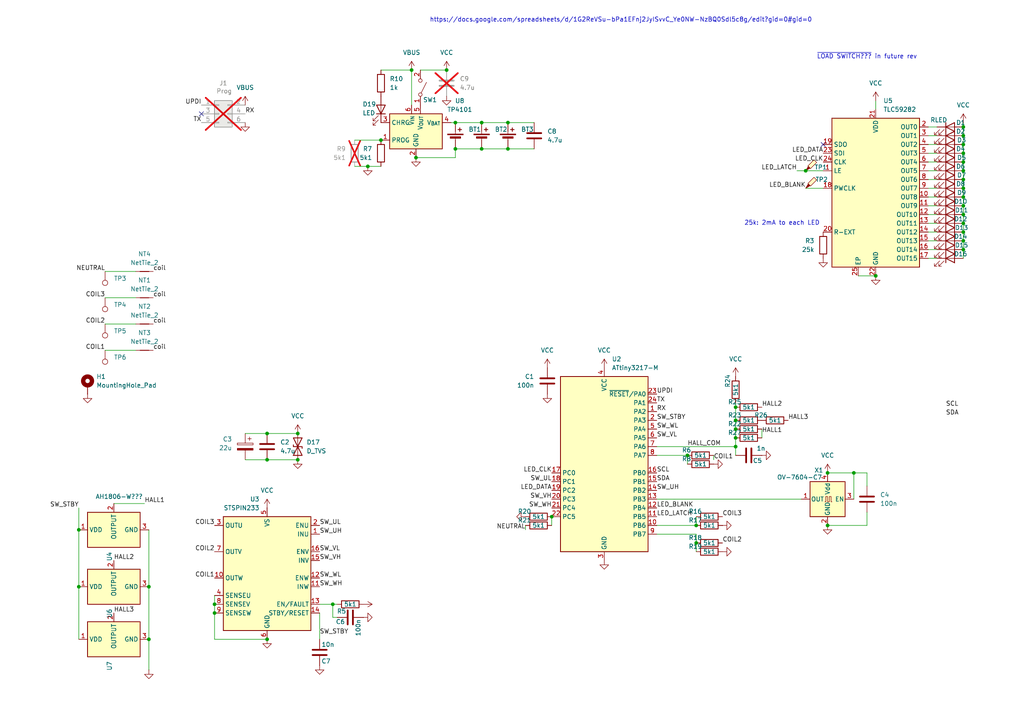
<source format=kicad_sch>
(kicad_sch (version 20231120) (generator "eeschema") (generator_version "8.0")
  (paper "A4")
  (lib_symbols
    (symbol "0myfidgetlibrary:OV-7604-C7" (pin_names (offset 0.254))
      (property "Reference" "X" (at -5.08 6.35 0))
      (property "Value" "OV-7604-C7" (at 1.27 -6.35 0))
      (symbol "OV-7604-C7_1_1"
        (pin output line (at 7.62 0 180) (length 2.54) (name "OUT") (number "1"))
        (pin power_in line (at 0 -7.62 90) (length 2.54) (name "GND") (number "2"))
        (pin input line (at -7.62 0 0) (length 2.54) (name "EN") (number "3"))
        (pin power_in line (at 0 7.62 270) (length 2.54) (name "Vdd") (number "4"))
      )
    )
    (symbol "0myfidgetlibrary:TP4101"
      (property "Reference" "U" (at -7.62 6.35 0))
      (property "Value" "TP4101" (at 7.366 6.096 0))
      (symbol "TP4101_1_1"
        (pin input line (at -10.16 -2.54 0) (length 2.54) (name "PROG") (number "1"))
        (pin power_in line (at 0 -7.62 90) (length 2.54) (name "GND") (number "2"))
        (pin tri_state line (at -10.16 2.54 0) (length 2.54) (name "CHRG") (number "3"))
        (pin bidirectional line (at 10.16 2.54 180) (length 2.54) (name "V_{BAT}") (number "4"))
        (pin power_out line (at 1.27 7.62 270) (length 2.54) (name "V_{OUT}") (number "5"))
        (pin power_in line (at -1.27 7.62 270) (length 2.54) (name "V_{IN}") (number "6"))
      )
    )
    (symbol "Connector:TestPoint" (pin_numbers hide) (pin_names (offset 0.762) hide)
      (property "Reference" "TP" (at 0 6.858 0))
      (property "Value" "TestPoint" (at 0 5.08 0))
      (symbol "TestPoint_1_1"
        (pin passive line (at 0 0 90) (length 2.54) (name "1") (number "1"))
      )
    )
    (symbol "Connector:TestPoint_Probe" (pin_numbers hide) (pin_names (offset 0.762) hide)
      (property "Reference" "TP" (at 1.651 5.842 0))
      (property "Value" "TestPoint_Probe" (at 1.651 4.064 0))
      (symbol "TestPoint_Probe_1_1"
        (pin passive line (at 0 0 90) (length 0) (name "1") (number "1"))
      )
    )
    (symbol "Connector_Generic:Conn_02x03_Odd_Even" (pin_names (offset 1.016) hide)
      (property "Reference" "J" (at 1.27 5.08 0))
      (property "Value" "Conn_02x03_Odd_Even" (at 1.27 -5.08 0))
      (symbol "Conn_02x03_Odd_Even_1_1"
        (pin passive line (at -5.08 2.54 0) (length 3.81) (name "Pin_1") (number "1"))
        (pin passive line (at 7.62 2.54 180) (length 3.81) (name "Pin_2") (number "2"))
        (pin passive line (at -5.08 0 0) (length 3.81) (name "Pin_3") (number "3"))
        (pin passive line (at 7.62 0 180) (length 3.81) (name "Pin_4") (number "4"))
        (pin passive line (at -5.08 -2.54 0) (length 3.81) (name "Pin_5") (number "5"))
        (pin passive line (at 7.62 -2.54 180) (length 3.81) (name "Pin_6") (number "6"))
      )
    )
    (symbol "Device:Battery_Cell" (pin_numbers hide) (pin_names (offset 0) hide)
      (property "Reference" "BT" (at 2.54 2.54 0))
      (property "Value" "Battery_Cell" (at 2.54 0 0))
      (symbol "Battery_Cell_1_1"
        (pin passive line (at 0 5.08 270) (length 2.54) (name "+") (number "1"))
        (pin passive line (at 0 -2.54 90) (length 2.54) (name "-") (number "2"))
      )
    )
    (symbol "Device:C" (pin_numbers hide) (pin_names (offset 0.254))
      (property "Reference" "C" (at 0.635 2.54 0))
      (property "Value" "C" (at 0.635 -2.54 0))
      (symbol "C_1_1"
        (pin passive line (at 0 3.81 270) (length 2.794) (name "~") (number "1"))
        (pin passive line (at 0 -3.81 90) (length 2.794) (name "~") (number "2"))
      )
    )
    (symbol "Device:C_Polarized" (pin_numbers hide) (pin_names (offset 0.254))
      (property "Reference" "C" (at 0.635 2.54 0))
      (property "Value" "C_Polarized" (at 0.635 -2.54 0))
      (symbol "C_Polarized_1_1"
        (pin passive line (at 0 3.81 270) (length 2.794) (name "~") (number "1"))
        (pin passive line (at 0 -3.81 90) (length 2.794) (name "~") (number "2"))
      )
    )
    (symbol "Device:D_TVS" (pin_numbers hide) (pin_names (offset 1.016) hide)
      (property "Reference" "D" (at 0 2.54 0))
      (property "Value" "D_TVS" (at 0 -2.54 0))
      (symbol "D_TVS_1_1"
        (pin passive line (at -3.81 0 0) (length 2.54) (name "A1") (number "1"))
        (pin passive line (at 3.81 0 180) (length 2.54) (name "A2") (number "2"))
      )
    )
    (symbol "Device:LED" (pin_numbers hide) (pin_names (offset 1.016) hide)
      (property "Reference" "D" (at 0 2.54 0))
      (property "Value" "LED" (at 0 -2.54 0))
      (symbol "LED_1_1"
        (pin passive line (at -3.81 0 0) (length 2.54) (name "K") (number "1"))
        (pin passive line (at 3.81 0 180) (length 2.54) (name "A") (number "2"))
      )
    )
    (symbol "Device:NetTie_2" (pin_numbers hide) (pin_names (offset 0) hide) (in_bom no)
      (property "Reference" "NT" (at 0 1.27 0))
      (property "Value" "NetTie_2" (at 0 -1.27 0))
      (symbol "NetTie_2_1_1"
        (pin passive line (at -2.54 0 0) (length 2.54) (name "1") (number "1"))
        (pin passive line (at 2.54 0 180) (length 2.54) (name "2") (number "2"))
      )
    )
    (symbol "Device:R" (pin_numbers hide) (pin_names (offset 0))
      (property "Reference" "R" (at 2.032 0 90))
      (property "Value" "R" (at 0 0 90))
      (symbol "R_1_1"
        (pin passive line (at 0 3.81 270) (length 1.27) (name "~") (number "1"))
        (pin passive line (at 0 -3.81 90) (length 1.27) (name "~") (number "2"))
      )
    )
    (symbol "Driver_LED:LED1642GWQTR"
      (property "Reference" "U" (at -12.7 21.59 0))
      (property "Value" "LED1642GWQTR" (at 2.54 21.59 0))
      (symbol "LED1642GWQTR_1_1"
        (pin input line (at -15.24 5.08 0) (length 2.54) (name "LE") (number "1"))
        (pin output line (at 15.24 -2.54 180) (length 2.54) (name "OUT8") (number "10"))
        (pin output line (at 15.24 -5.08 180) (length 2.54) (name "OUT9") (number "11"))
        (pin output line (at 15.24 -7.62 180) (length 2.54) (name "OUT10") (number "12"))
        (pin output line (at 15.24 -10.16 180) (length 2.54) (name "OUT11") (number "13"))
        (pin output line (at 15.24 -12.7 180) (length 2.54) (name "OUT12") (number "14"))
        (pin output line (at 15.24 -15.24 180) (length 2.54) (name "OUT13") (number "15"))
        (pin output line (at 15.24 -17.78 180) (length 2.54) (name "OUT14") (number "16"))
        (pin output line (at 15.24 -20.32 180) (length 2.54) (name "OUT15") (number "17"))
        (pin input line (at -15.24 0 0) (length 2.54) (name "PWCLK") (number "18"))
        (pin output line (at -15.24 12.7 0) (length 2.54) (name "SDO") (number "19"))
        (pin output line (at 15.24 17.78 180) (length 2.54) (name "OUT0") (number "2"))
        (pin passive line (at -15.24 -12.7 0) (length 2.54) (name "R-EXT") (number "20"))
        (pin power_in line (at 0 22.86 270) (length 2.54) (name "VDD") (number "21"))
        (pin power_in line (at 0 -25.4 90) (length 2.54) (name "GND") (number "22"))
        (pin input line (at -15.24 10.16 0) (length 2.54) (name "SDI") (number "23"))
        (pin input line (at -15.24 7.62 0) (length 2.54) (name "CLK") (number "24"))
        (pin passive line (at -5.08 -25.4 90) (length 2.54) (name "EP") (number "25"))
        (pin output line (at 15.24 15.24 180) (length 2.54) (name "OUT1") (number "3"))
        (pin output line (at 15.24 12.7 180) (length 2.54) (name "OUT2") (number "4"))
        (pin output line (at 15.24 10.16 180) (length 2.54) (name "OUT3") (number "5"))
        (pin output line (at 15.24 7.62 180) (length 2.54) (name "OUT4") (number "6"))
        (pin output line (at 15.24 5.08 180) (length 2.54) (name "OUT5") (number "7"))
        (pin output line (at 15.24 2.54 180) (length 2.54) (name "OUT6") (number "8"))
        (pin output line (at 15.24 0 180) (length 2.54) (name "OUT7") (number "9"))
      )
    )
    (symbol "Driver_Motor:STSPIN233"
      (property "Reference" "U" (at -12.7 16.51 0))
      (property "Value" "STSPIN233" (at 5.08 16.51 0))
      (symbol "STSPIN233_1_1"
        (pin input line (at -15.24 10.16 0) (length 2.54) (name "INU") (number "1"))
        (pin power_out line (at 15.24 -2.54 180) (length 2.54) (name "OUTW") (number "10"))
        (pin input line (at -15.24 -5.08 0) (length 2.54) (name "INW") (number "11"))
        (pin input line (at -15.24 -2.54 0) (length 2.54) (name "ENW") (number "12"))
        (pin bidirectional line (at -15.24 -10.16 0) (length 2.54) (name "EN/FAULT") (number "13"))
        (pin input line (at -15.24 -12.7 0) (length 2.54) (name "STBY/RESET") (number "14"))
        (pin input line (at -15.24 2.54 0) (length 2.54) (name "INV") (number "15"))
        (pin input line (at -15.24 5.08 0) (length 2.54) (name "ENV") (number "16"))
        (pin passive line (at 0 -20.32 90) (length 2.54) hide (name "GND") (number "17"))
        (pin input line (at -15.24 12.7 0) (length 2.54) (name "ENU") (number "2"))
        (pin power_out line (at 15.24 12.7 180) (length 2.54) (name "OUTU") (number "3"))
        (pin input line (at 15.24 -7.62 180) (length 2.54) (name "SENSEU") (number "4"))
        (pin power_in line (at 0 17.78 270) (length 2.54) (name "VS") (number "5"))
        (pin power_in line (at 0 -20.32 90) (length 2.54) (name "GND") (number "6"))
        (pin power_out line (at 15.24 5.08 180) (length 2.54) (name "OUTV") (number "7"))
        (pin input line (at 15.24 -10.16 180) (length 2.54) (name "SENSEV") (number "8"))
        (pin input line (at 15.24 -12.7 180) (length 2.54) (name "SENSEW") (number "9"))
      )
    )
    (symbol "MCU_Microchip_ATtiny:ATtiny3217-M"
      (property "Reference" "U" (at -12.7 26.67 0))
      (property "Value" "ATtiny3217-M" (at 2.54 -26.67 0))
      (symbol "ATtiny3217-M_1_1"
        (pin bidirectional line (at 15.24 15.24 180) (length 2.54) (name "PA2") (number "1"))
        (pin bidirectional line (at 15.24 -17.78 180) (length 2.54) (name "PB6") (number "10"))
        (pin bidirectional line (at 15.24 -15.24 180) (length 2.54) (name "PB5") (number "11"))
        (pin bidirectional line (at 15.24 -12.7 180) (length 2.54) (name "PB4") (number "12"))
        (pin bidirectional line (at 15.24 -10.16 180) (length 2.54) (name "PB3") (number "13"))
        (pin bidirectional line (at 15.24 -7.62 180) (length 2.54) (name "PB2") (number "14"))
        (pin bidirectional line (at 15.24 -5.08 180) (length 2.54) (name "PB1") (number "15"))
        (pin bidirectional line (at 15.24 -2.54 180) (length 2.54) (name "PB0") (number "16"))
        (pin bidirectional line (at -15.24 -2.54 0) (length 2.54) (name "PC0") (number "17"))
        (pin bidirectional line (at -15.24 -5.08 0) (length 2.54) (name "PC1") (number "18"))
        (pin bidirectional line (at -15.24 -7.62 0) (length 2.54) (name "PC2") (number "19"))
        (pin bidirectional line (at 15.24 12.7 180) (length 2.54) (name "PA3") (number "2"))
        (pin bidirectional line (at -15.24 -10.16 0) (length 2.54) (name "PC3") (number "20"))
        (pin bidirectional line (at -15.24 -12.7 0) (length 2.54) (name "PC4") (number "21"))
        (pin bidirectional line (at -15.24 -15.24 0) (length 2.54) (name "PC5") (number "22"))
        (pin bidirectional line (at 15.24 20.32 180) (length 2.54) (name "~{RESET}/PA0") (number "23"))
        (pin bidirectional line (at 15.24 17.78 180) (length 2.54) (name "PA1") (number "24"))
        (pin passive line (at 0 -27.94 90) (length 2.54) hide (name "GND") (number "25"))
        (pin power_in line (at 0 -27.94 90) (length 2.54) (name "GND") (number "3"))
        (pin power_in line (at 0 27.94 270) (length 2.54) (name "VCC") (number "4"))
        (pin bidirectional line (at 15.24 10.16 180) (length 2.54) (name "PA4") (number "5"))
        (pin bidirectional line (at 15.24 7.62 180) (length 2.54) (name "PA5") (number "6"))
        (pin bidirectional line (at 15.24 5.08 180) (length 2.54) (name "PA6") (number "7"))
        (pin bidirectional line (at 15.24 2.54 180) (length 2.54) (name "PA7") (number "8"))
        (pin bidirectional line (at 15.24 -20.32 180) (length 2.54) (name "PB7") (number "9"))
      )
    )
    (symbol "Mechanical:MountingHole_Pad" (pin_numbers hide) (pin_names (offset 1.016) hide) (exclude_from_sim yes) (in_bom no)
      (property "Reference" "H" (at 0 6.35 0))
      (property "Value" "MountingHole_Pad" (at 0 4.445 0))
      (symbol "MountingHole_Pad_1_1"
        (pin input line (at 0 -2.54 90) (length 2.54) (name "1") (number "1"))
      )
    )
    (symbol "Sensor_Magnetic:AH1806-W"
      (property "Reference" "U" (at -5.08 8.89 0))
      (property "Value" "AH1806-W" (at 7.62 8.89 0))
      (symbol "AH1806-W_1_1"
        (pin power_in line (at 0 10.16 270) (length 2.54) (name "VDD") (number "1"))
        (pin open_collector line (at 7.62 0 180) (length 2.54) (name "OUTPUT") (number "2"))
        (pin power_in line (at 0 -10.16 90) (length 2.54) (name "GND") (number "3"))
      )
    )
    (symbol "Switch:SW_SPST" (pin_names (offset 0) hide)
      (property "Reference" "SW" (at 0 3.175 0))
      (property "Value" "SW_SPST" (at 0 -2.54 0))
      (symbol "SW_SPST_1_1"
        (pin passive line (at -5.08 0 0) (length 2.54) (name "A") (number "1"))
        (pin passive line (at 5.08 0 180) (length 2.54) (name "B") (number "2"))
      )
    )
    (symbol "power:GND" (power) (pin_numbers hide) (pin_names (offset 0) hide)
      (property "Value" "GND" (at 0 -3.81 0))
      (symbol "GND_1_1"
        (pin power_in line (at 0 0 270) (length 0) (name "~") (number "1"))
      )
    )
    (symbol "power:VBUS" (power) (pin_numbers hide) (pin_names (offset 0) hide)
      (property "Value" "VBUS" (at 0 3.556 0))
      (symbol "VBUS_1_1"
        (pin power_in line (at 0 0 90) (length 0) (name "~") (number "1"))
      )
    )
    (symbol "power:VCC" (power) (pin_numbers hide) (pin_names (offset 0) hide)
      (property "Value" "VCC" (at 0 3.556 0))
      (symbol "VCC_1_1"
        (pin power_in line (at 0 0 90) (length 0) (name "~") (number "1"))
      )
    )
  )
  (junction (at 139.7 35.56))
  (junction (at 96.52 175.26))
  (junction (at 77.47 185.42))
  (junction (at 279.4 46.99))
  (junction (at 139.7 43.18))
  (junction (at 279.4 62.23))
  (junction (at 119.38 20.32))
  (junction (at 213.36 129.54))
  (junction (at 233.68 49.53))
  (junction (at 22.86 153.67))
  (junction (at 279.4 36.83))
  (junction (at 62.23 177.8))
  (junction (at 160.02 149.86))
  (junction (at 240.03 137.16))
  (junction (at 213.36 121.92))
  (junction (at 120.65 45.72))
  (junction (at 279.4 57.15))
  (junction (at 279.4 67.31))
  (junction (at 132.08 35.56))
  (junction (at 279.4 72.39))
  (junction (at 213.36 118.11))
  (junction (at 247.65 137.16))
  (junction (at 279.4 59.69))
  (junction (at 279.4 41.91))
  (junction (at 22.86 170.18))
  (junction (at 43.18 170.18))
  (junction (at 129.54 20.32))
  (junction (at 77.47 133.35))
  (junction (at 199.39 132.08))
  (junction (at 279.4 39.37))
  (junction (at 43.18 185.42))
  (junction (at 147.32 35.56))
  (junction (at 106.68 48.26))
  (junction (at 279.4 54.61))
  (junction (at 254 80.01))
  (junction (at 132.08 43.18))
  (junction (at 201.93 152.4))
  (junction (at 62.23 175.26))
  (junction (at 279.4 64.77))
  (junction (at 213.36 127))
  (junction (at 240.03 152.4))
  (junction (at 279.4 49.53))
  (junction (at 77.47 125.73))
  (junction (at 279.4 44.45))
  (junction (at 110.49 40.64))
  (junction (at 279.4 52.07))
  (junction (at 213.36 124.46))
  (junction (at 86.36 133.35))
  (junction (at 86.36 125.73))
  (junction (at 201.93 157.48))
  (junction (at 147.32 43.18))
  (junction (at 279.4 69.85))
  (no_connect (at 58.42 33.02))
  (no_connect (at 238.76 41.91))
  (wire (pts (xy 279.4 64.77) (xy 279.4 67.31)))
  (wire (pts (xy 201.93 149.86) (xy 201.93 152.4)))
  (wire (pts (xy 62.23 172.72) (xy 62.23 175.26)))
  (wire (pts (xy 231.14 49.53) (xy 233.68 49.53)))
  (wire (pts (xy 254 29.21) (xy 254 31.75)))
  (wire (pts (xy 220.98 124.46) (xy 220.98 127)))
  (wire (pts (xy 251.46 148.59) (xy 251.46 152.4)))
  (wire (pts (xy 201.93 157.48) (xy 201.93 160.02)))
  (wire (pts (xy 213.36 118.11) (xy 213.36 121.92)))
  (wire (pts (xy 119.38 20.32) (xy 119.38 30.48)))
  (wire (pts (xy 269.24 46.99) (xy 271.78 46.99)))
  (wire (pts (xy 279.4 52.07) (xy 279.4 54.61)))
  (wire (pts (xy 43.18 170.18) (xy 43.18 185.42)))
  (wire (pts (xy 279.4 67.31) (xy 279.4 69.85)))
  (wire (pts (xy 269.24 41.91) (xy 271.78 41.91)))
  (wire (pts (xy 139.7 35.56) (xy 147.32 35.56)))
  (wire (pts (xy 97.79 175.26) (xy 96.52 175.26)))
  (wire (pts (xy 269.24 72.39) (xy 271.78 72.39)))
  (wire (pts (xy 247.65 137.16) (xy 251.46 137.16)))
  (wire (pts (xy 97.79 179.07) (xy 96.52 179.07)))
  (wire (pts (xy 43.18 153.67) (xy 43.18 170.18)))
  (wire (pts (xy 279.4 35.56) (xy 279.4 36.83)))
  (wire (pts (xy 269.24 49.53) (xy 271.78 49.53)))
  (wire (pts (xy 279.4 69.85) (xy 279.4 72.39)))
  (wire (pts (xy 77.47 185.42) (xy 62.23 185.42)))
  (wire (pts (xy 279.4 46.99) (xy 279.4 49.53)))
  (wire (pts (xy 251.46 152.4) (xy 240.03 152.4)))
  (wire (pts (xy 269.24 64.77) (xy 271.78 64.77)))
  (wire (pts (xy 132.08 35.56) (xy 130.81 35.56)))
  (wire (pts (xy 269.24 69.85) (xy 271.78 69.85)))
  (wire (pts (xy 279.4 62.23) (xy 279.4 64.77)))
  (wire (pts (xy 269.24 54.61) (xy 271.78 54.61)))
  (wire (pts (xy 102.87 48.26) (xy 106.68 48.26)))
  (wire (pts (xy 201.93 154.94) (xy 201.93 157.48)))
  (wire (pts (xy 213.36 124.46) (xy 213.36 127)))
  (wire (pts (xy 269.24 62.23) (xy 271.78 62.23)))
  (wire (pts (xy 147.32 43.18) (xy 154.94 43.18)))
  (wire (pts (xy 213.36 116.84) (xy 213.36 118.11)))
  (wire (pts (xy 190.5 154.94) (xy 201.93 154.94)))
  (wire (pts (xy 30.48 78.74) (xy 39.37 78.74)))
  (wire (pts (xy 77.47 133.35) (xy 86.36 133.35)))
  (wire (pts (xy 160.02 149.86) (xy 160.02 152.4)))
  (wire (pts (xy 22.86 147.32) (xy 22.86 153.67)))
  (wire (pts (xy 30.48 101.6) (xy 39.37 101.6)))
  (wire (pts (xy 152.4 152.4) (xy 152.4 153.67)))
  (wire (pts (xy 269.24 44.45) (xy 271.78 44.45)))
  (wire (pts (xy 213.36 121.92) (xy 213.36 124.46)))
  (wire (pts (xy 199.39 132.08) (xy 190.5 132.08)))
  (wire (pts (xy 43.18 194.31) (xy 43.18 185.42)))
  (wire (pts (xy 77.47 125.73) (xy 86.36 125.73)))
  (wire (pts (xy 190.5 152.4) (xy 201.93 152.4)))
  (wire (pts (xy 92.71 177.8) (xy 92.71 185.42)))
  (wire (pts (xy 240.03 137.16) (xy 247.65 137.16)))
  (wire (pts (xy 271.78 36.83) (xy 269.24 36.83)))
  (wire (pts (xy 251.46 140.97) (xy 251.46 137.16)))
  (wire (pts (xy 279.4 72.39) (xy 279.4 74.93)))
  (wire (pts (xy 110.49 20.32) (xy 119.38 20.32)))
  (wire (pts (xy 120.65 45.72) (xy 132.08 45.72)))
  (wire (pts (xy 71.12 133.35) (xy 77.47 133.35)))
  (wire (pts (xy 199.39 132.08) (xy 199.39 134.62)))
  (wire (pts (xy 132.08 35.56) (xy 139.7 35.56)))
  (wire (pts (xy 22.86 153.67) (xy 22.86 170.18)))
  (wire (pts (xy 279.4 49.53) (xy 279.4 52.07)))
  (wire (pts (xy 279.4 44.45) (xy 279.4 46.99)))
  (wire (pts (xy 190.5 144.78) (xy 232.41 144.78)))
  (wire (pts (xy 62.23 175.26) (xy 62.23 177.8)))
  (wire (pts (xy 96.52 179.07) (xy 96.52 175.26)))
  (wire (pts (xy 22.86 185.42) (xy 22.86 170.18)))
  (wire (pts (xy 279.4 39.37) (xy 279.4 41.91)))
  (wire (pts (xy 207.01 133.35) (xy 207.01 132.08)))
  (wire (pts (xy 269.24 57.15) (xy 271.78 57.15)))
  (wire (pts (xy 279.4 57.15) (xy 279.4 59.69)))
  (wire (pts (xy 71.12 125.73) (xy 77.47 125.73)))
  (wire (pts (xy 269.24 74.93) (xy 271.78 74.93)))
  (wire (pts (xy 269.24 52.07) (xy 271.78 52.07)))
  (wire (pts (xy 96.52 175.26) (xy 92.71 175.26)))
  (wire (pts (xy 30.48 93.98) (xy 39.37 93.98)))
  (wire (pts (xy 102.87 40.64) (xy 110.49 40.64)))
  (wire (pts (xy 41.91 146.05) (xy 33.02 146.05)))
  (wire (pts (xy 269.24 39.37) (xy 271.78 39.37)))
  (wire (pts (xy 233.68 54.61) (xy 238.76 54.61)))
  (wire (pts (xy 190.5 129.54) (xy 213.36 129.54)))
  (wire (pts (xy 62.23 177.8) (xy 62.23 185.42)))
  (wire (pts (xy 132.08 43.18) (xy 139.7 43.18)))
  (wire (pts (xy 233.68 49.53) (xy 238.76 49.53)))
  (wire (pts (xy 279.4 54.61) (xy 279.4 57.15)))
  (wire (pts (xy 129.54 20.32) (xy 121.92 20.32)))
  (wire (pts (xy 279.4 36.83) (xy 279.4 39.37)))
  (wire (pts (xy 269.24 67.31) (xy 271.78 67.31)))
  (wire (pts (xy 213.36 127) (xy 213.36 129.54)))
  (wire (pts (xy 269.24 59.69) (xy 271.78 59.69)))
  (wire (pts (xy 248.92 80.01) (xy 254 80.01)))
  (wire (pts (xy 132.08 45.72) (xy 132.08 43.18)))
  (wire (pts (xy 279.4 41.91) (xy 279.4 44.45)))
  (wire (pts (xy 247.65 144.78) (xy 247.65 137.16)))
  (wire (pts (xy 279.4 59.69) (xy 279.4 62.23)))
  (wire (pts (xy 147.32 35.56) (xy 154.94 35.56)))
  (wire (pts (xy 106.68 48.26) (xy 110.49 48.26)))
  (wire (pts (xy 139.7 43.18) (xy 147.32 43.18)))
  (wire (pts (xy 30.48 86.36) (xy 39.37 86.36)))
  (wire (pts (xy 213.36 129.54) (xy 213.36 132.08)))
  (text "~{LOAD SWITCH???} in future rev" (at 251.46 16.51 0) (effects (font (size 1.27 1.27))))
  (text "25k: 2mA to each LED" (at 226.822 64.77 0) (effects (font (size 1.27 1.27))))
  (text "https://docs.google.com/spreadsheets/d/1G2ReVSu-bPa1EFnj2JyISvvC_Ye0NW-NzBQ0Sdl5c8g/edit?gid=0#gid=0" (at 180.086 5.842 0) (effects (font (size 1.27 1.27))))
  (label "HALL2" (at 220.98 118.11 0))
  (label "SCL" (at 274.32 118.11 0))
  (label "coil" (at 44.45 78.74 0))
  (label "COIL1" (at 207.01 133.35 0))
  (label "COIL2" (at 62.23 160.02 180))
  (label "COIL2" (at 209.55 157.48 0))
  (label "SW_STBY" (at 22.86 147.32 180))
  (label "LED_BLANK" (at 190.5 147.32 0))
  (label "SDA" (at 190.5 139.7 0))
  (label "SW_VL" (at 92.71 160.02 0))
  (label "SW_UH" (at 92.71 154.94 0))
  (label "SW_VH" (at 160.02 144.78 180))
  (label "coil" (at 44.45 86.36 0))
  (label "COIL3" (at 62.23 152.4 180))
  (label "SW_VL" (at 190.5 127 0))
  (label "LED_CLK" (at 238.76 46.99 180))
  (label "HALL1" (at 41.91 146.05 0))
  (label "HALL3" (at 33.02 177.8 0))
  (label "coil" (at 44.45 93.98 0))
  (label "HALL3" (at 228.6 121.92 0))
  (label "TX" (at 190.5 116.84 0))
  (label "COIL1" (at 62.23 167.64 180))
  (label "SW_WL" (at 92.71 167.64 0))
  (label "SW_WH" (at 92.71 170.18 0))
  (label "LED_LATCH" (at 231.14 49.53 180))
  (label "RX" (at 190.5 119.38 0))
  (label "SW_STBY" (at 92.71 184.15 0))
  (label "SW_UL" (at 92.71 152.4 0))
  (label "SCL" (at 190.5 137.16 0))
  (label "SW_VH" (at 92.71 162.56 0))
  (label "HALL2" (at 33.02 162.56 0))
  (label "NEUTRAL" (at 30.48 78.74 180))
  (label "SDA" (at 274.32 120.65 0))
  (label "SW_UL" (at 160.02 139.7 180))
  (label "coil" (at 44.45 101.6 0))
  (label "COIL2" (at 30.48 93.98 180))
  (label "LED_LATCH" (at 190.5 149.86 0))
  (label "UPDI" (at 190.5 114.3 0))
  (label "UPDI" (at 58.42 30.48 180))
  (label "COIL3" (at 30.48 86.36 180))
  (label "TX" (at 58.42 35.56 180))
  (label "LED_CLK" (at 160.02 137.16 180))
  (label "LED_DATA" (at 160.02 142.24 180))
  (label "NEUTRAL" (at 152.4 153.67 180))
  (label "RX" (at 71.12 33.02 0))
  (label "SW_STBY" (at 190.5 121.92 0))
  (label "SW_WL" (at 190.5 124.46 0))
  (label "HALL1" (at 220.98 125.73 0))
  (label "SW_WH" (at 160.02 147.32 180))
  (label "LED_DATA" (at 238.76 44.45 180))
  (label "LED_BLANK" (at 233.68 54.61 180))
  (label "SW_UH" (at 190.5 142.24 0))
  (label "COIL3" (at 209.55 149.86 0))
  (label "HALL_COM" (at 199.39 129.54 0))
  (label "COIL1" (at 30.48 101.6 180))
  (symbol (lib_id "power:VCC") (at 86.36 125.73 0) (unit 1)
    (property "Reference" "#PWR017" (effects (hide yes)))
    (property "Value" "VCC" (at 86.36 120.65 0))
    (property "Description" "Power symbol creates a global label with name \"VCC\"" (effects (hide yes)))
  )
  (symbol (lib_id "Device:R") (at 110.49 24.13 0) (unit 1)
    (property "Reference" "R10" (at 113.03 22.8599 0) (effects (justify left)))
    (property "Value" "1k" (at 113.03 25.3999 0) (effects (justify left)))
    (property "Footprint" "Resistor_SMD:R_0402_1005Metric" (effects (hide yes)))
    (property "Description" "Resistor" (effects (hide yes)))
  )
  (symbol (lib_id "Device:LED") (at 275.59 49.53 0) (unit 1)
    (property "Reference" "D6" (at 278.638 48.26 0))
    (property "Value" "RLED" (effects (hide yes)))
    (property "Footprint" "LED_SMD:LED_0402_1005Metric" (effects (hide yes)))
    (property "Description" "Light emitting diode" (effects (hide yes)))
  )
  (symbol (lib_id "power:GND") (at 25.4 114.3 0) (unit 1)
    (property "Reference" "#PWR04" (effects (hide yes)))
    (property "Value" "GND" (effects (hide yes)))
    (property "Description" "Power symbol creates a global label with name \"GND\" , ground" (effects (hide yes)))
  )
  (symbol (lib_id "Device:LED") (at 275.59 54.61 0) (unit 1)
    (property "Reference" "D8" (at 278.638 53.34 0))
    (property "Value" "RLED" (effects (hide yes)))
    (property "Footprint" "LED_SMD:LED_0402_1005Metric" (effects (hide yes)))
    (property "Description" "Light emitting diode" (effects (hide yes)))
  )
  (symbol (lib_id "Device:Battery_Cell") (at 132.08 40.64 0) (unit 1)
    (property "Reference" "BT1" (at 135.89 37.5284 0) (effects (justify left)))
    (property "Value" "Battery_Cell" (effects (hide yes)))
    (property "Footprint" "0fidgetlibrary:BAT_BK-5009" (effects (hide yes)))
    (property "Description" "Single-cell battery" (effects (hide yes)))
  )
  (symbol (lib_id "Device:LED") (at 275.59 67.31 0) (unit 1)
    (property "Reference" "D13" (at 278.892 66.04 0))
    (property "Value" "RLED" (effects (hide yes)))
    (property "Footprint" "LED_SMD:LED_0402_1005Metric" (effects (hide yes)))
    (property "Description" "Light emitting diode" (effects (hide yes)))
  )
  (symbol (lib_id "Connector:TestPoint_Probe") (at 233.68 54.61 0) (unit 1)
    (property "Reference" "TP2" (at 236.474 52.07 0) (effects (justify left)))
    (property "Value" "TestPoint_Probe" (effects (hide yes)))
    (property "Footprint" "TestPoint:TestPoint_THTPad_1.0x1.0mm_Drill0.5mm" (effects (hide yes)))
    (property "Description" "test point (alternative probe-style design)" (effects (hide yes)))
  )
  (symbol (lib_id "power:GND") (at 175.26 162.56 0) (unit 1)
    (property "Reference" "#PWR09" (effects (hide yes)))
    (property "Value" "GND" (effects (hide yes)))
    (property "Description" "Power symbol creates a global label with name \"GND\" , ground" (effects (hide yes)))
  )
  (symbol (lib_id "Device:LED") (at 275.59 41.91 0) (unit 1)
    (property "Reference" "D3" (at 278.892 40.64 0))
    (property "Value" "RLED" (effects (hide yes)))
    (property "Footprint" "LED_SMD:LED_0402_1005Metric" (effects (hide yes)))
    (property "Description" "Light emitting diode" (effects (hide yes)))
  )
  (symbol (lib_id "Connector:TestPoint") (at 30.48 101.6 180) (unit 1)
    (property "Reference" "TP6" (at 33.02 103.6319 0) (effects (justify right)))
    (property "Value" "TestPoint" (effects (hide yes)))
    (property "Footprint" "TestPoint:TestPoint_THTPad_1.5x1.5mm_Drill0.7mm" (effects (hide yes)))
    (property "Description" "test point" (effects (hide yes)))
  )
  (symbol (lib_id "Device:R") (at 205.74 157.48 90) (unit 1)
    (property "Reference" "R18" (at 201.676 155.956 90))
    (property "Value" "5k1" (at 205.74 157.48 90))
    (property "Footprint" "Resistor_SMD:R_0402_1005Metric" (effects (hide yes)))
    (property "Description" "Resistor" (effects (hide yes)))
  )
  (symbol (lib_id "power:VCC") (at 254 29.21 0) (unit 1)
    (property "Reference" "#PWR06" (effects (hide yes)))
    (property "Value" "VCC" (at 254 24.13 0))
    (property "Description" "Power symbol creates a global label with name \"VCC\"" (effects (hide yes)))
  )
  (symbol (lib_id "Device:LED") (at 275.59 59.69 0) (unit 1)
    (property "Reference" "D10" (at 278.638 58.42 0))
    (property "Value" "RLED" (effects (hide yes)))
    (property "Footprint" "LED_SMD:LED_0402_1005Metric" (effects (hide yes)))
    (property "Description" "Light emitting diode" (effects (hide yes)))
  )
  (symbol (lib_id "power:GND") (at 105.41 179.07 90) (unit 1)
    (property "Reference" "#PWR027" (effects (hide yes)))
    (property "Value" "GND" (effects (hide yes)))
    (property "Description" "Power symbol creates a global label with name \"GND\" , ground" (effects (hide yes)))
  )
  (symbol (lib_id "Device:R") (at 101.6 175.26 270) (mirror x) (unit 1)
    (property "Reference" "R5" (at 99.06 177.292 90))
    (property "Value" "5k1" (at 101.6 175.26 90))
    (property "Footprint" "Resistor_SMD:R_0402_1005Metric" (effects (hide yes)))
    (property "Description" "Resistor" (effects (hide yes)))
  )
  (symbol (lib_id "power:GND") (at 106.68 48.26 0) (unit 1)
    (property "Reference" "#PWR034" (effects (hide yes)))
    (property "Value" "GND" (effects (hide yes)))
    (property "Description" "Power symbol creates a global label with name \"GND\" , ground" (effects (hide yes)))
  )
  (symbol (lib_id "Device:LED") (at 275.59 72.39 0) (unit 1)
    (property "Reference" "D15" (at 278.892 71.12 0))
    (property "Value" "RLED" (effects (hide yes)))
    (property "Footprint" "LED_SMD:LED_0402_1005Metric" (effects (hide yes)))
    (property "Description" "Light emitting diode" (effects (hide yes)))
  )
  (symbol (lib_id "Device:C") (at 251.46 144.78 0) (unit 1)
    (property "Reference" "C4" (at 255.27 143.5099 0) (effects (justify left)))
    (property "Value" "100n" (at 255.27 146.0499 0) (effects (justify left)))
    (property "Footprint" "Capacitor_SMD:C_0402_1005Metric" (effects (hide yes)))
    (property "Description" "Unpolarized capacitor" (effects (hide yes)))
  )
  (symbol (lib_id "Device:LED") (at 275.59 57.15 0) (unit 1)
    (property "Reference" "D9" (at 278.892 55.88 0))
    (property "Value" "RLED" (effects (hide yes)))
    (property "Footprint" "LED_SMD:LED_0402_1005Metric" (effects (hide yes)))
    (property "Description" "Light emitting diode" (effects (hide yes)))
  )
  (symbol (lib_id "Device:NetTie_2") (at 41.91 93.98 0) (unit 1) (in_bom no)
    (property "Reference" "NT2" (at 41.91 88.9 0))
    (property "Value" "NetTie_2" (at 41.91 91.44 0))
    (property "Footprint" "NetTie:NetTie-2_SMD_Pad0.5mm" (effects (hide yes)))
    (property "Description" "Net tie, 2 pins" (effects (hide yes)))
  )
  (symbol (lib_id "power:GND") (at 207.01 134.62 90) (unit 1)
    (property "Reference" "#PWR021" (effects (hide yes)))
    (property "Value" "GND" (effects (hide yes)))
    (property "Description" "Power symbol creates a global label with name \"GND\" , ground" (effects (hide yes)))
  )
  (symbol (lib_id "power:GND") (at 254 80.01 0) (unit 1)
    (property "Reference" "#PWR011" (effects (hide yes)))
    (property "Value" "GND" (effects (hide yes)))
    (property "Description" "Power symbol creates a global label with name \"GND\" , ground" (effects (hide yes)))
  )
  (symbol (lib_id "Device:LED") (at 275.59 69.85 0) (unit 1)
    (property "Reference" "D14" (at 278.638 68.58 0))
    (property "Value" "RLED" (effects (hide yes)))
    (property "Footprint" "LED_SMD:LED_0402_1005Metric" (effects (hide yes)))
    (property "Description" "Light emitting diode" (effects (hide yes)))
  )
  (symbol (lib_id "Device:NetTie_2") (at 41.91 78.74 0) (unit 1) (in_bom no)
    (property "Reference" "NT4" (at 41.91 73.66 0))
    (property "Value" "NetTie_2" (at 41.91 76.2 0))
    (property "Footprint" "NetTie:NetTie-2_SMD_Pad0.5mm" (effects (hide yes)))
    (property "Description" "Net tie, 2 pins" (effects (hide yes)))
  )
  (symbol (lib_id "Device:C") (at 154.94 39.37 0) (unit 1)
    (property "Reference" "C8" (at 158.75 38.0999 0) (effects (justify left)))
    (property "Value" "4.7u" (at 158.75 40.6399 0) (effects (justify left)))
    (property "Footprint" "Capacitor_SMD:C_0603_1608Metric" (effects (hide yes)))
    (property "Description" "Unpolarized capacitor" (effects (hide yes)))
  )
  (symbol (lib_id "power:GND") (at 238.76 74.93 0) (unit 1)
    (property "Reference" "#PWR032" (effects (hide yes)))
    (property "Value" "GND" (effects (hide yes)))
    (property "Description" "Power symbol creates a global label with name \"GND\" , ground" (effects (hide yes)))
  )
  (symbol (lib_id "Switch:SW_SPST") (at 121.92 25.4 270) (mirror x) (unit 1)
    (property "Reference" "SW1" (at 122.682 28.956 90) (effects (justify left)))
    (property "Value" "SW_SPST" (effects (hide yes)))
    (property "Footprint" "Button_Switch_SMD:SW_SPDT_PCM12" (effects (hide yes)))
    (property "Description" "Single Pole Single Throw (SPST) switch" (effects (hide yes)))
    (property "LCSC" "C963206" (effects (hide yes)))
  )
  (symbol (lib_id "MCU_Microchip_ATtiny:ATtiny3217-M") (at 175.26 134.62 0) (unit 1)
    (property "Reference" "U2" (at 177.4541 104.14 0) (effects (justify left)))
    (property "Value" "ATtiny3217-M" (at 177.4541 106.68 0) (effects (justify left)))
    (property "Footprint" "Package_DFN_QFN:QFN-24-1EP_4x4mm_P0.5mm_EP2.6x2.6mm" (effects (hide yes)))
    (property "Datasheet" "http://ww1.microchip.com/downloads/en/DeviceDoc/ATtiny3217_1617-Data-Sheet-40001999B.pdf" (effects (hide yes)))
    (property "Description" "20MHz, 32kB Flash, 2kB SRAM, 256B EEPROM, VQFN-24" (effects (hide yes)))
  )
  (symbol (lib_id "Device:R") (at 156.21 149.86 90) (unit 1)
    (property "Reference" "R20" (at 152.146 148.336 90))
    (property "Value" "5k1" (at 156.21 149.86 90))
    (property "Footprint" "Resistor_SMD:R_0402_1005Metric" (effects (hide yes)))
    (property "Description" "Resistor" (effects (hide yes)))
  )
  (symbol (lib_id "Device:R") (at 205.74 152.4 90) (unit 1)
    (property "Reference" "R17" (at 201.676 150.876 90))
    (property "Value" "5k1" (at 205.74 152.4 90))
    (property "Footprint" "Resistor_SMD:R_0402_1005Metric" (effects (hide yes)))
    (property "Description" "Resistor" (effects (hide yes)))
  )
  (symbol (lib_id "Device:C") (at 101.6 179.07 90) (mirror x) (unit 1)
    (property "Reference" "C6" (at 100.076 180.34 90) (effects (justify left)))
    (property "Value" "100n" (at 103.886 179.578 0) (effects (justify left)))
    (property "Footprint" "Capacitor_SMD:C_0402_1005Metric" (effects (hide yes)))
    (property "Description" "Unpolarized capacitor" (effects (hide yes)))
  )
  (symbol (lib_id "Sensor_Magnetic:AH1806-W") (at 33.02 185.42 90) (unit 1)
    (property "Reference" "U7" (at 31.7499 191.77 0) (effects (justify right)))
    (property "Value" "AH1806-W???" (effects (hide yes)))
    (property "Footprint" "Package_TO_SOT_SMD:SC-59" (effects (hide yes)))
    (property "Datasheet" "https://www.diodes.com/assets/Datasheets/AH1806.pdf" (effects (hide yes)))
    (property "Description" "High Sensitivity Micropower Omnipolar Hall-Effect Switch, SC-59" (effects (hide yes)))
  )
  (symbol (lib_id "Device:R") (at 156.21 152.4 90) (unit 1)
    (property "Reference" "R21" (at 152.146 150.876 90))
    (property "Value" "5k1" (at 156.21 152.4 90))
    (property "Footprint" "Resistor_SMD:R_0402_1005Metric" (effects (hide yes)))
    (property "Description" "Resistor" (effects (hide yes)))
  )
  (symbol (lib_id "Device:R") (at 217.17 118.11 90) (unit 1)
    (property "Reference" "R25" (at 213.106 116.586 90))
    (property "Value" "5k1" (at 217.17 118.11 90))
    (property "Footprint" "Resistor_SMD:R_0402_1005Metric" (effects (hide yes)))
    (property "Description" "Resistor" (effects (hide yes)))
  )
  (symbol (lib_id "power:VCC") (at 129.54 20.32 0) (unit 1)
    (property "Reference" "#PWR035" (effects (hide yes)))
    (property "Value" "VCC" (at 129.54 15.24 0))
    (property "Description" "Power symbol creates a global label with name \"VCC\"" (effects (hide yes)))
  )
  (symbol (lib_id "power:GND") (at 152.4 149.86 270) (mirror x) (unit 1)
    (property "Reference" "#PWR025" (effects (hide yes)))
    (property "Value" "GND" (effects (hide yes)))
    (property "Description" "Power symbol creates a global label with name \"GND\" , ground" (effects (hide yes)))
  )
  (symbol (lib_id "Device:R") (at 238.76 71.12 0) (unit 1)
    (property "Reference" "R3" (at 236.22 69.8499 0) (effects (justify right)))
    (property "Value" "25k" (at 236.22 72.3899 0) (effects (justify right)))
    (property "Footprint" "Resistor_SMD:R_0402_1005Metric" (effects (hide yes)))
    (property "Description" "Resistor" (effects (hide yes)))
  )
  (symbol (lib_id "Device:LED") (at 275.59 64.77 0) (unit 1)
    (property "Reference" "D12" (at 278.638 63.5 0))
    (property "Value" "RLED" (effects (hide yes)))
    (property "Footprint" "LED_SMD:LED_0402_1005Metric" (effects (hide yes)))
    (property "Description" "Light emitting diode" (effects (hide yes)))
  )
  (symbol (lib_id "power:VBUS") (at 119.38 20.32 0) (unit 1)
    (property "Reference" "#PWR013" (effects (hide yes)))
    (property "Value" "VBUS" (at 119.38 15.24 0))
    (property "Description" "Power symbol creates a global label with name \"VBUS\"" (effects (hide yes)))
  )
  (symbol (lib_id "power:GND") (at 240.03 152.4 0) (unit 1)
    (property "Reference" "#PWR020" (effects (hide yes)))
    (property "Value" "GND" (effects (hide yes)))
    (property "Description" "Power symbol creates a global label with name \"GND\" , ground" (effects (hide yes)))
  )
  (symbol (lib_id "Device:Battery_Cell") (at 139.7 40.64 0) (unit 1)
    (property "Reference" "BT2" (at 143.51 37.5284 0) (effects (justify left)))
    (property "Value" "Battery_Cell" (effects (hide yes)))
    (property "Footprint" "0fidgetlibrary:BAT_BK-5009" (effects (hide yes)))
    (property "Description" "Single-cell battery" (effects (hide yes)))
  )
  (symbol (lib_id "Device:Battery_Cell") (at 147.32 40.64 0) (unit 1)
    (property "Reference" "BT3" (at 151.13 37.5284 0) (effects (justify left)))
    (property "Value" "Battery_Cell" (effects (hide yes)))
    (property "Footprint" "0fidgetlibrary:BAT_BK-5009" (effects (hide yes)))
    (property "Description" "Single-cell battery" (effects (hide yes)))
  )
  (symbol (lib_id "power:VCC") (at 279.4 35.56 0) (unit 1)
    (property "Reference" "#PWR01" (effects (hide yes)))
    (property "Value" "VCC" (at 279.4 30.48 0))
    (property "Description" "Power symbol creates a global label with name \"VCC\"" (effects (hide yes)))
  )
  (symbol (lib_id "Device:R") (at 110.49 44.45 0) (unit 1)
    (property "Reference" "R7" (at 107.95 43.1799 0) (effects (justify right)))
    (property "Value" "5k1" (at 107.95 45.7199 0) (effects (justify right)))
    (property "Footprint" "Resistor_SMD:R_0402_1005Metric" (effects (hide yes)))
    (property "Description" "Resistor" (effects (hide yes)))
  )
  (symbol (lib_id "Device:R") (at 205.74 149.86 90) (unit 1)
    (property "Reference" "R16" (at 201.676 148.336 90))
    (property "Value" "5k1" (at 205.74 149.86 90))
    (property "Footprint" "Resistor_SMD:R_0402_1005Metric" (effects (hide yes)))
    (property "Description" "Resistor" (effects (hide yes)))
  )
  (symbol (lib_id "Device:R") (at 224.79 121.92 90) (unit 1)
    (property "Reference" "R26" (at 220.726 120.396 90))
    (property "Value" "5k1" (at 224.79 121.92 90))
    (property "Footprint" "Resistor_SMD:R_0402_1005Metric" (effects (hide yes)))
    (property "Description" "Resistor" (effects (hide yes)))
  )
  (symbol (lib_id "Device:C") (at 129.54 24.13 0) (unit 1) (dnp yes)
    (property "Reference" "C9" (at 133.35 22.8599 0) (effects (justify left)))
    (property "Value" "4.7u" (at 133.35 25.3999 0) (effects (justify left)))
    (property "Footprint" "Capacitor_SMD:C_0603_1608Metric" (effects (hide yes)))
    (property "Description" "Unpolarized capacitor" (effects (hide yes)))
  )
  (symbol (lib_id "Device:R") (at 217.17 124.46 90) (unit 1)
    (property "Reference" "R22" (at 213.106 122.936 90))
    (property "Value" "5k1" (at 217.17 124.46 90))
    (property "Footprint" "Resistor_SMD:R_0402_1005Metric" (effects (hide yes)))
    (property "Description" "Resistor" (effects (hide yes)))
  )
  (symbol (lib_id "Device:NetTie_2") (at 41.91 86.36 0) (unit 1) (in_bom no)
    (property "Reference" "NT1" (at 41.91 81.28 0))
    (property "Value" "NetTie_2" (at 41.91 83.82 0))
    (property "Footprint" "NetTie:NetTie-2_SMD_Pad0.5mm" (effects (hide yes)))
    (property "Description" "Net tie, 2 pins" (effects (hide yes)))
  )
  (symbol (lib_id "Device:C") (at 92.71 189.23 0) (mirror x) (unit 1)
    (property "Reference" "C7" (at 93.218 191.77 0) (effects (justify left)))
    (property "Value" "10n" (at 93.218 186.944 0) (effects (justify left)))
    (property "Footprint" "Capacitor_SMD:C_0402_1005Metric" (effects (hide yes)))
    (property "Description" "Unpolarized capacitor" (effects (hide yes)))
  )
  (symbol (lib_id "power:GND") (at 209.55 160.02 90) (unit 1)
    (property "Reference" "#PWR023" (effects (hide yes)))
    (property "Value" "GND" (effects (hide yes)))
    (property "Description" "Power symbol creates a global label with name \"GND\" , ground" (effects (hide yes)))
  )
  (symbol (lib_id "power:GND") (at 158.75 114.3 0) (unit 1)
    (property "Reference" "#PWR031" (effects (hide yes)))
    (property "Value" "GND" (effects (hide yes)))
    (property "Description" "Power symbol creates a global label with name \"GND\" , ground" (effects (hide yes)))
  )
  (symbol (lib_id "power:GND") (at 86.36 133.35 0) (unit 1)
    (property "Reference" "#PWR018" (effects (hide yes)))
    (property "Value" "GND" (effects (hide yes)))
    (property "Description" "Power symbol creates a global label with name \"GND\" , ground" (effects (hide yes)))
  )
  (symbol (lib_id "Device:R") (at 102.87 44.45 0) (unit 1) (dnp yes)
    (property "Reference" "R9" (at 100.33 43.1799 0) (effects (justify right)))
    (property "Value" "5k1" (at 100.33 45.7199 0) (effects (justify right)))
    (property "Footprint" "Resistor_SMD:R_0402_1005Metric" (effects (hide yes)))
    (property "Description" "Resistor" (effects (hide yes)))
  )
  (symbol (lib_id "Device:LED") (at 275.59 44.45 0) (unit 1)
    (property "Reference" "D4" (at 278.638 43.18 0))
    (property "Value" "RLED" (effects (hide yes)))
    (property "Footprint" "LED_SMD:LED_0402_1005Metric" (effects (hide yes)))
    (property "Description" "Light emitting diode" (effects (hide yes)))
  )
  (symbol (lib_id "Device:C_Polarized") (at 71.12 129.54 0) (mirror y) (unit 1)
    (property "Reference" "C3" (at 67.31 127.3809 0) (effects (justify left)))
    (property "Value" "22u" (at 67.31 129.9209 0) (effects (justify left)))
    (property "Footprint" "Capacitor_SMD:CP_Elec_4x5.4" (effects (hide yes)))
    (property "Description" "Polarized capacitor" (effects (hide yes)))
  )
  (symbol (lib_id "Device:R") (at 217.17 127 90) (unit 1)
    (property "Reference" "R27" (at 213.106 125.476 90))
    (property "Value" "5k1" (at 217.17 127 90))
    (property "Footprint" "Resistor_SMD:R_0402_1005Metric" (effects (hide yes)))
    (property "Description" "Resistor" (effects (hide yes)))
  )
  (symbol (lib_id "Device:C") (at 158.75 110.49 0) (mirror y) (unit 1)
    (property "Reference" "C1" (at 154.94 109.2199 0) (effects (justify left)))
    (property "Value" "100n" (at 154.94 111.7599 0) (effects (justify left)))
    (property "Footprint" "Capacitor_SMD:C_0402_1005Metric" (effects (hide yes)))
    (property "Description" "Unpolarized capacitor" (effects (hide yes)))
  )
  (symbol (lib_id "Connector:TestPoint_Probe") (at 233.68 49.53 0) (unit 1)
    (property "Reference" "TP1" (at 236.22 48.514 0) (effects (justify left)))
    (property "Value" "TestPoint_Probe" (effects (hide yes)))
    (property "Footprint" "TestPoint:TestPoint_THTPad_1.0x1.0mm_Drill0.5mm" (effects (hide yes)))
    (property "Description" "test point (alternative probe-style design)" (effects (hide yes)))
  )
  (symbol (lib_id "power:GND") (at 71.12 35.56 0) (unit 1)
    (property "Reference" "#PWR03" (effects (hide yes)))
    (property "Value" "GND" (effects (hide yes)))
    (property "Description" "Power symbol creates a global label with name \"GND\" , ground" (effects (hide yes)))
  )
  (symbol (lib_id "power:VCC") (at 105.41 175.26 270) (unit 1)
    (property "Reference" "#PWR026" (effects (hide yes)))
    (property "Value" "VCC" (effects (hide yes)))
    (property "Description" "Power symbol creates a global label with name \"VCC\"" (effects (hide yes)))
  )
  (symbol (lib_id "Device:C") (at 217.17 132.08 90) (mirror x) (unit 1)
    (property "Reference" "C5" (at 219.71 133.604 90))
    (property "Value" "1n" (at 220.726 130.048 90))
    (property "Footprint" "Capacitor_SMD:C_0402_1005Metric" (effects (hide yes)))
    (property "Description" "Unpolarized capacitor" (effects (hide yes)))
  )
  (symbol (lib_id "0myfidgetlibrary:TP4101") (at 120.65 38.1 0) (unit 1)
    (property "Reference" "U8" (at 133.35 29.2414 0))
    (property "Value" "TP4101" (at 133.35 31.7814 0))
    (property "Footprint" "Package_TO_SOT_SMD:SOT-23-6" (effects (hide yes)))
    (property "Datasheet" "http://toppwr.com/uploadfile/file/20230304/6402f77d7e9a7.pdf" (effects (hide yes)))
  )
  (symbol (lib_id "Device:R") (at 213.36 113.03 180) (unit 1)
    (property "Reference" "R24" (at 211.074 110.49 90))
    (property "Value" "5k1" (at 213.36 113.03 90))
    (property "Footprint" "Resistor_SMD:R_0402_1005Metric" (effects (hide yes)))
    (property "Description" "Resistor" (effects (hide yes)))
  )
  (symbol (lib_id "Device:LED") (at 110.49 31.75 270) (mirror x) (unit 1)
    (property "Reference" "D19" (at 105.156 30.226 90) (effects (justify left)))
    (property "Value" "LED" (at 105.156 32.766 90) (effects (justify left)))
    (property "Footprint" "LED_SMD:LED_0402_1005Metric" (effects (hide yes)))
    (property "Description" "Light emitting diode" (effects (hide yes)))
  )
  (symbol (lib_id "Driver_LED:LED1642GWQTR") (at 254 54.61 0) (unit 1)
    (property "Reference" "U5" (at 256.1941 29.21 0) (effects (justify left)))
    (property "Value" "TLC59282" (at 256.1941 31.75 0) (effects (justify left)))
    (property "Footprint" "Package_DFN_QFN:QFN-24-1EP_4x4mm_P0.5mm_EP2.15x2.15mm" (effects (hide yes)))
    (property "Datasheet" "https://www.st.com/resource/en/datasheet/led1642gw.pdf" (effects (hide yes)))
    (property "Description" "16-channel LED driver with error detection, current gain control and 12/16 bit PWM brightness control, QFN-24" (effects (hide yes)))
  )
  (symbol (lib_id "power:GND") (at 209.55 152.4 90) (unit 1)
    (property "Reference" "#PWR022" (effects (hide yes)))
    (property "Value" "GND" (effects (hide yes)))
    (property "Description" "Power symbol creates a global label with name \"GND\" , ground" (effects (hide yes)))
  )
  (symbol (lib_id "power:GND") (at 220.98 132.08 90) (unit 1)
    (property "Reference" "#PWR024" (effects (hide yes)))
    (property "Value" "GND" (effects (hide yes)))
    (property "Description" "Power symbol creates a global label with name \"GND\" , ground" (effects (hide yes)))
  )
  (symbol (lib_id "Sensor_Magnetic:AH1806-W") (at 33.02 153.67 90) (unit 1)
    (property "Reference" "U4" (at 31.7499 160.02 0) (effects (justify right)))
    (property "Value" "AH1806-W???" (at 27.686 144.018 90) (effects (justify right)))
    (property "Footprint" "Package_TO_SOT_SMD:SC-59" (effects (hide yes)))
    (property "Datasheet" "https://www.diodes.com/assets/Datasheets/AH1806.pdf" (effects (hide yes)))
    (property "Description" "High Sensitivity Micropower Omnipolar Hall-Effect Switch, SC-59" (effects (hide yes)))
  )
  (symbol (lib_id "power:VCC") (at 77.47 147.32 0) (mirror y) (unit 1)
    (property "Reference" "#PWR08" (effects (hide yes)))
    (property "Value" "VCC" (at 77.47 142.24 0))
    (property "Description" "Power symbol creates a global label with name \"VCC\"" (effects (hide yes)))
  )
  (symbol (lib_id "Sensor_Magnetic:AH1806-W") (at 33.02 170.18 90) (unit 1)
    (property "Reference" "U6" (at 31.7499 176.53 0) (effects (justify right)))
    (property "Value" "AH1806-W???" (effects (hide yes)))
    (property "Footprint" "Package_TO_SOT_SMD:SC-59" (effects (hide yes)))
    (property "Datasheet" "https://www.diodes.com/assets/Datasheets/AH1806.pdf" (effects (hide yes)))
    (property "Description" "High Sensitivity Micropower Omnipolar Hall-Effect Switch, SC-59" (effects (hide yes)))
  )
  (symbol (lib_id "0myfidgetlibrary:OV-7604-C7") (at 240.03 144.78 0) (mirror y) (unit 1)
    (property "Reference" "X1" (at 237.49 136.398 0))
    (property "Value" "OV-7604-C7" (at 231.902 138.43 0))
    (property "Footprint" "0fidgetlibrary:OSC_OV-7604-C7-32.768KHZ-20PPM-TB-QA" (effects (hide yes)))
    (property "Datasheet" "https://www.microcrystal.com/fileadmin/Media/Products/kHzOSC/Datasheet/OV-7604-C7.pdf" (effects (hide yes)))
    (property "Description" "5V oscillator" (effects (hide yes)))
  )
  (symbol (lib_id "Device:D_TVS") (at 86.36 129.54 90) (unit 1)
    (property "Reference" "D17" (at 88.9 128.2699 90) (effects (justify right)))
    (property "Value" "D_TVS" (at 88.9 130.8099 90) (effects (justify right)))
    (property "Footprint" "Diode_SMD:D_0603_1608Metric" (effects (hide yes)))
    (property "Description" "Bidirectional transient-voltage-suppression diode" (effects (hide yes)))
  )
  (symbol (lib_id "Device:R") (at 203.2 134.62 90) (unit 1)
    (property "Reference" "R8" (at 199.136 133.096 90))
    (property "Value" "5k1" (at 203.2 134.62 90))
    (property "Footprint" "Resistor_SMD:R_0402_1005Metric" (effects (hide yes)))
    (property "Description" "Resistor" (effects (hide yes)))
  )
  (symbol (lib_id "power:GND") (at 92.71 193.04 0) (unit 1)
    (property "Reference" "#PWR028" (effects (hide yes)))
    (property "Value" "GND" (effects (hide yes)))
    (property "Description" "Power symbol creates a global label with name \"GND\" , ground" (effects (hide yes)))
  )
  (symbol (lib_id "Device:LED") (at 275.59 74.93 0) (unit 1)
    (property "Reference" "D16" (at 278.638 73.66 0))
    (property "Value" "RLED" (effects (hide yes)))
    (property "Footprint" "LED_SMD:LED_0402_1005Metric" (effects (hide yes)))
    (property "Description" "Light emitting diode" (effects (hide yes)))
  )
  (symbol (lib_id "Device:LED") (at 275.59 52.07 0) (unit 1)
    (property "Reference" "D7" (at 278.892 50.8 0))
    (property "Value" "RLED" (effects (hide yes)))
    (property "Footprint" "LED_SMD:LED_0402_1005Metric" (effects (hide yes)))
    (property "Description" "Light emitting diode" (effects (hide yes)))
  )
  (symbol (lib_id "power:VCC") (at 175.26 106.68 0) (unit 1)
    (property "Reference" "#PWR07" (effects (hide yes)))
    (property "Value" "VCC" (at 175.26 101.6 0))
    (property "Description" "Power symbol creates a global label with name \"VCC\"" (effects (hide yes)))
  )
  (symbol (lib_id "power:GND") (at 43.18 194.31 0) (unit 1)
    (property "Reference" "#PWR012" (effects (hide yes)))
    (property "Value" "GND" (effects (hide yes)))
    (property "Description" "Power symbol creates a global label with name \"GND\" , ground" (effects (hide yes)))
  )
  (symbol (lib_id "Device:NetTie_2") (at 41.91 101.6 0) (unit 1) (in_bom no)
    (property "Reference" "NT3" (at 41.91 96.52 0))
    (property "Value" "NetTie_2" (at 41.91 99.06 0))
    (property "Footprint" "NetTie:NetTie-2_SMD_Pad0.5mm" (effects (hide yes)))
    (property "Description" "Net tie, 2 pins" (effects (hide yes)))
  )
  (symbol (lib_id "power:GND") (at 129.54 27.94 0) (mirror y) (unit 1)
    (property "Reference" "#PWR036" (effects (hide yes)))
    (property "Value" "GND" (effects (hide yes)))
    (property "Description" "Power symbol creates a global label with name \"GND\" , ground" (effects (hide yes)))
  )
  (symbol (lib_id "Connector_Generic:Conn_02x03_Odd_Even") (at 63.5 33.02 0) (unit 1) (dnp yes)
    (property "Reference" "J1" (at 64.77 24.13 0))
    (property "Value" "Prog" (at 65.024 26.416 0))
    (property "Footprint" "Connector_IDC:IDC-Header_2x03_P2.54mm_Vertical" (effects (hide yes)))
    (property "Description" "Generic connector, double row, 02x03, odd/even pin numbering scheme (row 1 odd numbers, row 2 even numbers), script generated (kicad-library-utils/schlib/autogen/connector/)" (effects (hide yes)))
  )
  (symbol (lib_id "Connector:TestPoint") (at 30.48 93.98 180) (unit 1)
    (property "Reference" "TP5" (at 33.02 96.0119 0) (effects (justify right)))
    (property "Value" "TestPoint" (effects (hide yes)))
    (property "Footprint" "TestPoint:TestPoint_THTPad_1.5x1.5mm_Drill0.7mm" (effects (hide yes)))
    (property "Description" "test point" (effects (hide yes)))
  )
  (symbol (lib_id "Mechanical:MountingHole_Pad") (at 25.4 111.76 0) (unit 1) (exclude_from_sim yes) (in_bom no)
    (property "Reference" "H1" (at 27.94 109.2199 0) (effects (justify left)))
    (property "Value" "MountingHole_Pad" (at 27.94 111.7599 0) (effects (justify left)))
    (property "Footprint" "0fidgetlibrary:MountingHole_2.2mm_M2_Pad_thin" (effects (hide yes)))
    (property "Description" "Mounting Hole with connection" (effects (hide yes)))
  )
  (symbol (lib_id "Device:LED") (at 275.59 62.23 0) (unit 1)
    (property "Reference" "D11" (at 278.892 60.96 0))
    (property "Value" "RLED" (effects (hide yes)))
    (property "Footprint" "LED_SMD:LED_0402_1005Metric" (effects (hide yes)))
    (property "Description" "Light emitting diode" (effects (hide yes)))
  )
  (symbol (lib_id "Device:R") (at 217.17 121.92 90) (unit 1)
    (property "Reference" "R23" (at 213.106 120.396 90))
    (property "Value" "5k1" (at 217.17 121.92 90))
    (property "Footprint" "Resistor_SMD:R_0402_1005Metric" (effects (hide yes)))
    (property "Description" "Resistor" (effects (hide yes)))
  )
  (symbol (lib_id "Driver_Motor:STSPIN233") (at 77.47 165.1 0) (mirror y) (unit 1)
    (property "Reference" "U3" (at 75.2759 144.78 0) (effects (justify left)))
    (property "Value" "STSPIN233" (at 75.2759 147.32 0) (effects (justify left)))
    (property "Footprint" "Package_DFN_QFN:VQFN-16-1EP_3x3mm_P0.5mm_EP1.8x1.8mm" (effects (hide yes)))
    (property "Datasheet" "www.st.com/resource/en/datasheet/stspin233.pdf" (effects (hide yes)))
    (property "Description" "Low voltage three phase and three sense motor driver, 1.8V to 10V input, 1.3Arms output, 0.4Ω Rdson per phase (typical), QFN-16 package" (effects (hide yes)))
  )
  (symbol (lib_id "power:GND") (at 120.65 45.72 0) (unit 1)
    (property "Reference" "#PWR033" (effects (hide yes)))
    (property "Value" "GND" (effects (hide yes)))
    (property "Description" "Power symbol creates a global label with name \"GND\" , ground" (effects (hide yes)))
  )
  (symbol (lib_id "Device:R") (at 203.2 132.08 90) (unit 1)
    (property "Reference" "R6" (at 199.136 130.556 90))
    (property "Value" "5k1" (at 203.2 132.08 90))
    (property "Footprint" "Resistor_SMD:R_0402_1005Metric" (effects (hide yes)))
    (property "Description" "Resistor" (effects (hide yes)))
  )
  (symbol (lib_id "Device:R") (at 205.74 160.02 90) (unit 1)
    (property "Reference" "R19" (at 201.676 158.496 90))
    (property "Value" "5k1" (at 205.74 160.02 90))
    (property "Footprint" "Resistor_SMD:R_0402_1005Metric" (effects (hide yes)))
    (property "Description" "Resistor" (effects (hide yes)))
  )
  (symbol (lib_id "power:VBUS") (at 71.12 30.48 0) (unit 1)
    (property "Reference" "#PWR02" (effects (hide yes)))
    (property "Value" "VBUS" (at 71.12 25.4 0))
    (property "Description" "Power symbol creates a global label with name \"VBUS\"" (effects (hide yes)))
  )
  (symbol (lib_id "power:GND") (at 77.47 185.42 0) (mirror y) (unit 1)
    (property "Reference" "#PWR010" (effects (hide yes)))
    (property "Value" "GND" (effects (hide yes)))
    (property "Description" "Power symbol creates a global label with name \"GND\" , ground" (effects (hide yes)))
  )
  (symbol (lib_id "Connector:TestPoint") (at 30.48 78.74 180) (unit 1)
    (property "Reference" "TP3" (at 33.02 80.7719 0) (effects (justify right)))
    (property "Value" "TestPoint" (effects (hide yes)))
    (property "Footprint" "TestPoint:TestPoint_THTPad_1.5x1.5mm_Drill0.7mm" (effects (hide yes)))
    (property "Description" "test point" (effects (hide yes)))
  )
  (symbol (lib_id "Device:LED") (at 275.59 39.37 0) (unit 1)
    (property "Reference" "D2" (at 278.638 38.1 0))
    (property "Value" "RLED" (effects (hide yes)))
    (property "Footprint" "LED_SMD:LED_0402_1005Metric" (effects (hide yes)))
    (property "Description" "Light emitting diode" (effects (hide yes)))
  )
  (symbol (lib_id "Device:LED") (at 275.59 46.99 0) (unit 1)
    (property "Reference" "D5" (at 278.892 45.72 0))
    (property "Value" "RLED" (effects (hide yes)))
    (property "Footprint" "LED_SMD:LED_0402_1005Metric" (effects (hide yes)))
    (property "Description" "Light emitting diode" (effects (hide yes)))
  )
  (symbol (lib_id "power:VCC") (at 158.75 106.68 0) (unit 1)
    (property "Reference" "#PWR030" (effects (hide yes)))
    (property "Value" "VCC" (at 158.75 101.6 0))
    (property "Description" "Power symbol creates a global label with name \"VCC\"" (effects (hide yes)))
  )
  (symbol (lib_id "Connector:TestPoint") (at 30.48 86.36 180) (unit 1)
    (property "Reference" "TP4" (at 33.02 88.3919 0) (effects (justify right)))
    (property "Value" "TestPoint" (effects (hide yes)))
    (property "Footprint" "TestPoint:TestPoint_THTPad_1.5x1.5mm_Drill0.7mm" (effects (hide yes)))
    (property "Description" "test point" (effects (hide yes)))
  )
  (symbol (lib_id "Device:C") (at 77.47 129.54 0) (unit 1)
    (property "Reference" "C2" (at 81.28 128.2699 0) (effects (justify left)))
    (property "Value" "4.7u" (at 81.28 130.8099 0) (effects (justify left)))
    (property "Footprint" "Capacitor_SMD:C_0603_1608Metric" (effects (hide yes)))
    (property "Description" "Unpolarized capacitor" (effects (hide yes)))
  )
  (symbol (lib_id "Device:LED") (at 275.59 36.83 0) (unit 1)
    (property "Reference" "D1" (at 278.638 35.56 0))
    (property "Value" "RLED" (at 272.288 34.798 0))
    (property "Footprint" "LED_SMD:LED_0402_1005Metric" (effects (hide yes)))
    (property "Description" "Light emitting diode" (effects (hide yes)))
  )
  (symbol (lib_id "power:VCC") (at 213.36 109.22 0) (unit 1)
    (property "Reference" "#PWR016" (effects (hide yes)))
    (property "Value" "VCC" (at 213.36 104.14 0))
    (property "Description" "Power symbol creates a global label with name \"VCC\"" (effects (hide yes)))
  )
  (symbol (lib_id "power:VCC") (at 240.03 137.16 0) (unit 1)
    (property "Reference" "#PWR019" (effects (hide yes)))
    (property "Value" "VCC" (at 240.03 132.08 0))
    (property "Description" "Power symbol creates a global label with name \"VCC\"" (effects (hide yes)))
  )
)
</source>
